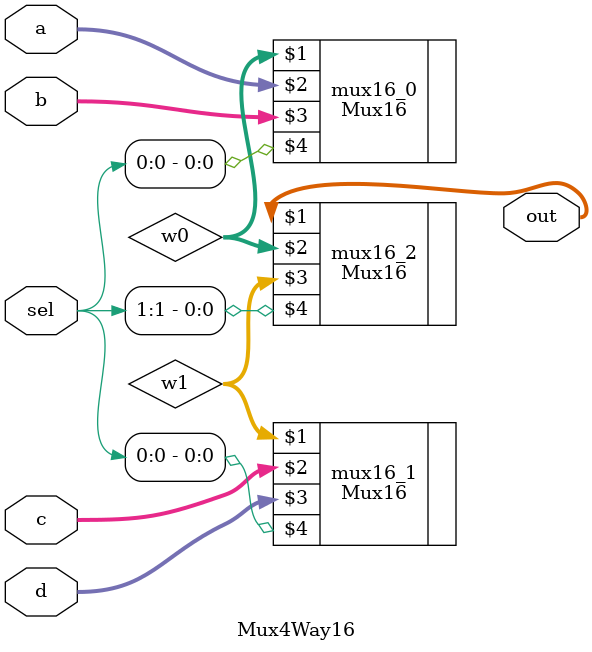
<source format=v>
/* módulo Mux4Way16 */

`ifndef _Mux4Way16_
`define _Mux4Way16_

`include "Mux16.v"

module Mux4Way16(out, a, b, c, d, sel);
    input [15:0] a, b, c, d;
    input [1:0] sel;
    output [15:0] out;
    wire [15:0] w0, w1;

    // 

    Mux16 mux16_0(w0, a, b, sel[0]);
    Mux16 mux16_1(w1, c, d, sel[0]);
    Mux16 mux16_2(out, w0, w1, sel[1]);

endmodule

`endif
</source>
